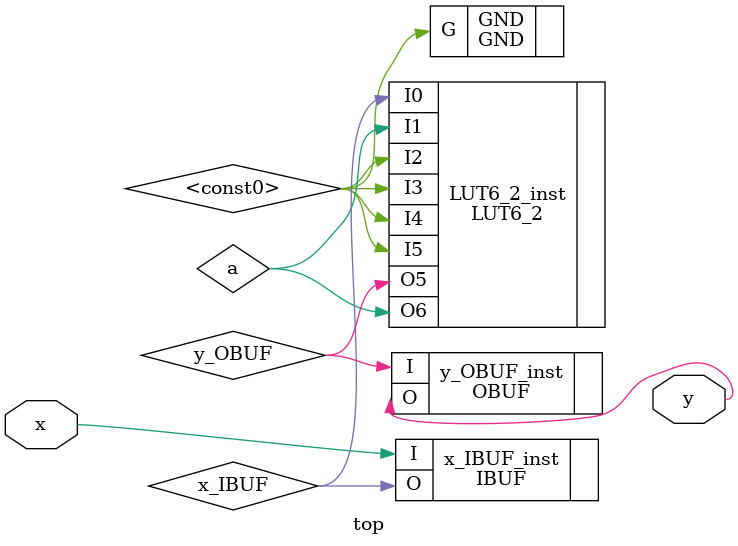
<source format=v>
`timescale 1 ps / 1 ps

(* ECO_CHECKSUM = "e1586253" *) 
(* STRUCTURAL_NETLIST = "yes" *)
module top
   (x,
    y);
  input x;
  output y;

  wire \<const0> ;
  (* DONT_TOUCH *) wire a;
  wire x;
  wire x_IBUF;
  wire y;
  wire y_OBUF;

  GND GND
       (.G(\<const0> ));
  (* BOX_TYPE = "PRIMITIVE" *) 
  (* XILINX_REPORT_XFORM = "LUT6_2" *) 
  LUT6_2 #(
    .INIT(64'hAAAAAAAAAAAAAAAA)) 
    LUT6_2_inst
       (.I0(x_IBUF),
        .I1(a),
        .I2(\<const0> ),
        .I3(\<const0> ),
        .I4(\<const0> ),
        .I5(\<const0> ),
        .O5(y_OBUF),
        .O6(a));
  IBUF #(
    .CCIO_EN("TRUE")) 
    x_IBUF_inst
       (.I(x),
        .O(x_IBUF));
  OBUF y_OBUF_inst
       (.I(y_OBUF),
        .O(y));
endmodule

</source>
